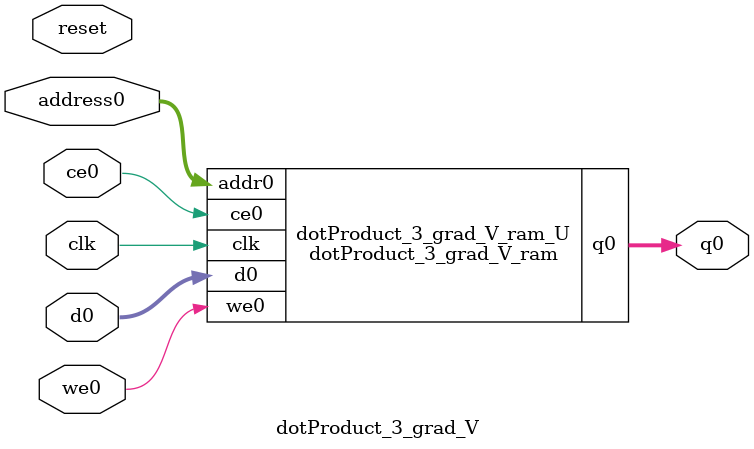
<source format=v>

`timescale 1 ns / 1 ps
module dotProduct_3_grad_V_ram (addr0, ce0, d0, we0, q0,  clk);

parameter DWIDTH = 32;
parameter AWIDTH = 8;
parameter MEM_SIZE = 256;

input[AWIDTH-1:0] addr0;
input ce0;
input[DWIDTH-1:0] d0;
input we0;
output reg[DWIDTH-1:0] q0;
input clk;

(* ram_style = "block" *)reg [DWIDTH-1:0] ram[0:MEM_SIZE-1];




always @(posedge clk)  
begin 
    if (ce0) 
    begin
        if (we0) 
        begin 
            ram[addr0] <= d0; 
            q0 <= d0;
        end 
        else 
            q0 <= ram[addr0];
    end
end


endmodule


`timescale 1 ns / 1 ps
module dotProduct_3_grad_V(
    reset,
    clk,
    address0,
    ce0,
    we0,
    d0,
    q0);

parameter DataWidth = 32'd32;
parameter AddressRange = 32'd256;
parameter AddressWidth = 32'd8;
input reset;
input clk;
input[AddressWidth - 1:0] address0;
input ce0;
input we0;
input[DataWidth - 1:0] d0;
output[DataWidth - 1:0] q0;



dotProduct_3_grad_V_ram dotProduct_3_grad_V_ram_U(
    .clk( clk ),
    .addr0( address0 ),
    .ce0( ce0 ),
    .we0( we0 ),
    .d0( d0 ),
    .q0( q0 ));

endmodule


</source>
